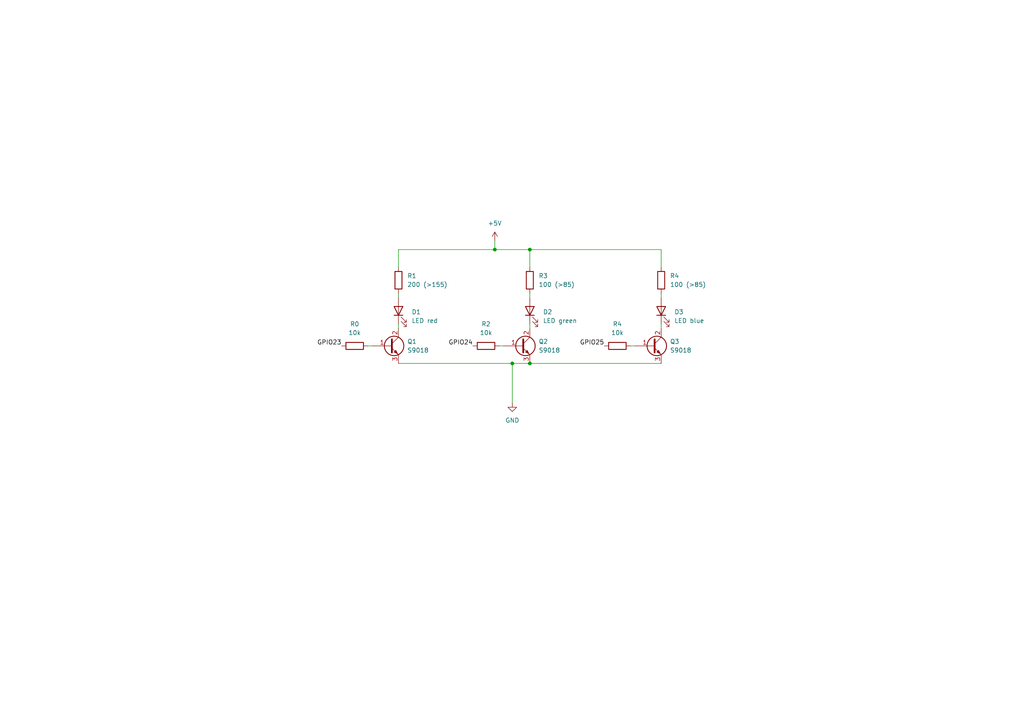
<source format=kicad_sch>
(kicad_sch (version 20211123) (generator eeschema)
  (paper "A4")
  (lib_symbols
    (symbol "Device:LED" (pin_numbers hide) (pin_names (offset 1.016) hide)
      (property "Reference" "D" (at 0 2.54 0))
      (property "Value" "LED" (at 0 -2.54 0))
      (symbol "LED_0_1"
        (polyline (pts (xy -1.27 -1.27) (xy -1.27 1.27)) (stroke (width 0.254)))
        (polyline (pts (xy -1.27 0) (xy 1.27 0)))
        (polyline (pts (xy 1.27 -1.27) (xy 1.27 1.27) (xy -1.27 0) (xy 1.27 -1.27)) (stroke (width 0.254)))
        (polyline (pts (xy -3.048 -0.762) (xy -4.572 -2.286) (xy -3.81 -2.286) (xy -4.572 -2.286) (xy -4.572 -1.524)))
        (polyline (pts (xy -1.778 -0.762) (xy -3.302 -2.286) (xy -2.54 -2.286) (xy -3.302 -2.286) (xy -3.302 -1.524)))
      )
      (symbol "LED_1_1"
        (pin passive line (at -3.81 0 0) (length 2.54) (name "K") (number "1"))
        (pin passive line (at 3.81 0 180) (length 2.54) (name "A") (number "2"))
      )
    )
    (symbol "Device:Q_NPN_BCE" (pin_names (offset 0) hide)
      (property "Reference" "Q" (at 5.08 1.27 0))
      (property "Value" "Q_NPN_BCE" (at 5.08 -1.27 0))
      (symbol "Q_NPN_BCE_0_1"
        (polyline (pts (xy 0.635 0.635) (xy 2.54 2.54)))
        (polyline (pts (xy 0.635 -0.635) (xy 2.54 -2.54) (xy 2.54 -2.54)))
        (polyline (pts (xy 0.635 1.905) (xy 0.635 -1.905) (xy 0.635 -1.905)) (stroke (width 0.508)))
        (polyline (pts (xy 1.27 -1.778) (xy 1.778 -1.27) (xy 2.286 -2.286) (xy 1.27 -1.778) (xy 1.27 -1.778)) (fill (type outline)))
        (circle (center 1.27 0) (radius 2.8194) (stroke (width 0.254)))
      )
      (symbol "Q_NPN_BCE_1_1"
        (pin input line (at -5.08 0 0) (length 5.715) (name "B") (number "1"))
        (pin passive line (at 2.54 5.08 270) (length 2.54) (name "C") (number "2"))
        (pin passive line (at 2.54 -5.08 90) (length 2.54) (name "E") (number "3"))
      )
    )
    (symbol "Device:R" (pin_numbers hide) (pin_names (offset 0))
      (property "Reference" "R" (at 2.032 0 90))
      (property "Value" "R" (at 0 0 90))
      (symbol "R_0_1"
        (rectangle (start -1.016 -2.54) (end 1.016 2.54) (stroke (width 0.254)))
      )
      (symbol "R_1_1"
        (pin passive line (at 0 3.81 270) (length 1.27) (name "~") (number "1"))
        (pin passive line (at 0 -3.81 90) (length 1.27) (name "~") (number "2"))
      )
    )
    (symbol "power:+5V" (power) (pin_names (offset 0))
      (property "Value" "+5V" (at 0 3.556 0))
      (symbol "+5V_0_1"
        (polyline (pts (xy -0.762 1.27) (xy 0 2.54)))
        (polyline (pts (xy 0 0) (xy 0 2.54)))
        (polyline (pts (xy 0 2.54) (xy 0.762 1.27)))
      )
      (symbol "+5V_1_1"
        (pin power_in line (at 0 0 90) (length 0) hide (name "+5V") (number "1"))
      )
    )
    (symbol "power:GND" (power) (pin_names (offset 0))
      (property "Value" "GND" (at 0 -3.81 0))
      (symbol "GND_0_1"
        (polyline (pts (xy 0 0) (xy 0 -1.27) (xy 1.27 -1.27) (xy 0 -2.54) (xy -1.27 -1.27) (xy 0 -1.27)))
      )
      (symbol "GND_1_1"
        (pin power_in line (at 0 0 270) (length 0) hide (name "GND") (number "1"))
      )
    )
  )
  (junction (at 153.67 72.39))
  (junction (at 143.51 72.39))
  (junction (at 148.59 105.41))
  (junction (at 153.67 105.41))
  (wire (pts (xy 148.59 105.41) (xy 148.59 116.84)))
  (wire (pts (xy 143.51 72.39) (xy 153.67 72.39)))
  (wire (pts (xy 153.67 72.39) (xy 191.77 72.39)))
  (wire (pts (xy 115.57 85.09) (xy 115.57 86.36)))
  (wire (pts (xy 115.57 72.39) (xy 143.51 72.39)))
  (wire (pts (xy 182.88 100.33) (xy 184.15 100.33)))
  (wire (pts (xy 115.57 105.41) (xy 148.59 105.41)))
  (wire (pts (xy 115.57 93.98) (xy 115.57 95.25)))
  (wire (pts (xy 106.68 100.33) (xy 107.95 100.33)))
  (wire (pts (xy 153.67 77.47) (xy 153.67 72.39)))
  (wire (pts (xy 191.77 85.09) (xy 191.77 86.36)))
  (wire (pts (xy 191.77 77.47) (xy 191.77 72.39)))
  (wire (pts (xy 115.57 77.47) (xy 115.57 72.39)))
  (wire (pts (xy 153.67 85.09) (xy 153.67 86.36)))
  (wire (pts (xy 153.67 93.98) (xy 153.67 95.25)))
  (wire (pts (xy 153.67 105.41) (xy 148.59 105.41)))
  (wire (pts (xy 143.51 69.85) (xy 143.51 72.39)))
  (wire (pts (xy 191.77 93.98) (xy 191.77 95.25)))
  (wire (pts (xy 144.78 100.33) (xy 146.05 100.33)))
  (wire (pts (xy 191.77 105.41) (xy 153.67 105.41)))
  (label "GPIO23" (at 99.06 100.33 180))
  (label "GPIO25" (at 175.26 100.33 180))
  (label "GPIO24" (at 137.16 100.33 180))
  (symbol (lib_id "Device:Q_NPN_BCE") (at 113.03 100.33 0) (unit 1)
    (property "Reference" "Q1" (at 118.11 99.0599 0) (effects (justify left)))
    (property "Value" "S9018" (at 118.11 101.5999 0) (effects (justify left)))
  )
  (symbol (lib_id "power:+5V") (at 143.51 69.85 0) (unit 1)
    (property "Reference" "#PWR?" (effects hide))
    (property "Value" "+5V" (at 143.51 64.77 0))
  )
  (symbol (lib_id "Device:R") (at 179.07 100.33 270) (unit 1)
    (property "Reference" "R4" (at 179.07 93.98 90))
    (property "Value" "10k" (at 179.07 96.52 90))
  )
  (symbol (lib_id "Device:LED") (at 153.67 90.17 90) (unit 1)
    (property "Reference" "D2" (at 157.48 90.4874 90) (effects (justify right)))
    (property "Value" "LED green" (at 157.48 93.0274 90) (effects (justify right)))
  )
  (symbol (lib_id "Device:LED") (at 115.57 90.17 90) (unit 1)
    (property "Reference" "D1" (at 119.38 90.4874 90) (effects (justify right)))
    (property "Value" "LED red" (at 119.38 93.0274 90) (effects (justify right)))
  )
  (symbol (lib_id "Device:R") (at 102.87 100.33 270) (unit 1)
    (property "Reference" "R0" (at 102.87 93.98 90))
    (property "Value" "10k" (at 102.87 96.52 90))
  )
  (symbol (lib_id "Device:R") (at 115.57 81.28 0) (unit 1)
    (property "Reference" "R1" (at 118.11 80.0099 0) (effects (justify left)))
    (property "Value" "200 (>155)" (at 118.11 82.5499 0) (effects (justify left)))
  )
  (symbol (lib_id "power:GND") (at 148.59 116.84 0) (unit 1)
    (property "Reference" "#PWR?" (effects hide))
    (property "Value" "GND" (at 148.59 121.92 0))
  )
  (symbol (lib_id "Device:R") (at 140.97 100.33 270) (unit 1)
    (property "Reference" "R2" (at 140.97 93.98 90))
    (property "Value" "10k" (at 140.97 96.52 90))
  )
  (symbol (lib_id "Device:Q_NPN_BCE") (at 151.13 100.33 0) (unit 1)
    (property "Reference" "Q2" (at 156.21 99.0599 0) (effects (justify left)))
    (property "Value" "S9018" (at 156.21 101.5999 0) (effects (justify left)))
  )
  (symbol (lib_id "Device:R") (at 153.67 81.28 0) (unit 1)
    (property "Reference" "R3" (at 156.21 80.0099 0) (effects (justify left)))
    (property "Value" "100 (>85)" (at 156.21 82.5499 0) (effects (justify left)))
  )
  (symbol (lib_id "Device:Q_NPN_BCE") (at 189.23 100.33 0) (unit 1)
    (property "Reference" "Q3" (at 194.31 99.0599 0) (effects (justify left)))
    (property "Value" "S9018" (at 194.31 101.5999 0) (effects (justify left)))
  )
  (symbol (lib_id "Device:LED") (at 191.77 90.17 90) (unit 1)
    (property "Reference" "D3" (at 195.58 90.4874 90) (effects (justify right)))
    (property "Value" "LED blue" (at 195.58 93.0274 90) (effects (justify right)))
  )
  (symbol (lib_id "Device:R") (at 191.77 81.28 0) (unit 1)
    (property "Reference" "R4" (at 194.31 80.0099 0) (effects (justify left)))
    (property "Value" "100 (>85)" (at 194.31 82.5499 0) (effects (justify left)))
  )
)
</source>
